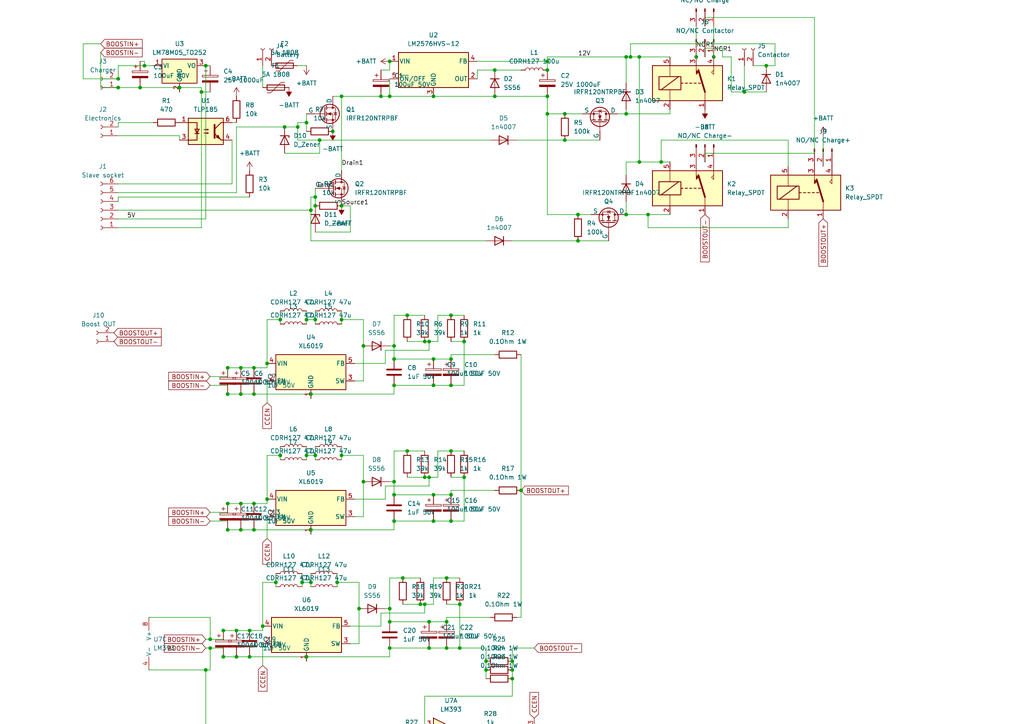
<source format=kicad_sch>
(kicad_sch (version 20230121) (generator eeschema)
  (paper "A4")
  (junction (at 90.17 114.3))
  (junction (at 90.17 60.96))
  (junction (at 104.14 176.53))
  (junction (at 99.06 59.69))
  (junction (at 90.17 168.91))
  (junction (at 113.03 176.53))
  (junction (at 64.77 190.5))
  (junction (at 129.54 187.96))
  (junction (at 158.75 27.94))
  (junction (at 66.04 106.68))
  (junction (at 130.81 111.76))
  (junction (at 81.28 92.71))
  (junction (at 114.3 104.14))
  (junction (at 125.73 27.94))
  (junction (at 59.69 19.05))
  (junction (at 130.81 104.14))
  (junction (at 69.85 114.3))
  (junction (at 72.39 182.88))
  (junction (at 123.19 175.26))
  (junction (at 88.9 190.5))
  (junction (at 59.69 194.31))
  (junction (at 201.93 16.51))
  (junction (at 69.85 153.67))
  (junction (at 66.04 114.3))
  (junction (at 88.9 132.08))
  (junction (at 66.04 146.05))
  (junction (at 125.73 151.13))
  (junction (at 80.01 168.91))
  (junction (at 113.03 187.96))
  (junction (at 60.96 185.42))
  (junction (at 181.61 16.51))
  (junction (at 125.73 111.76))
  (junction (at 69.85 106.68))
  (junction (at 77.47 105.41))
  (junction (at 163.83 40.64))
  (junction (at 118.11 130.81))
  (junction (at 92.71 40.64))
  (junction (at 130.81 130.81))
  (junction (at 58.42 26.67))
  (junction (at 181.61 33.02))
  (junction (at 215.9 26.67))
  (junction (at 114.3 143.51))
  (junction (at 73.66 106.68))
  (junction (at 91.44 132.08))
  (junction (at 87.63 168.91))
  (junction (at 68.58 190.5))
  (junction (at 222.25 19.05))
  (junction (at 73.66 146.05))
  (junction (at 69.85 146.05))
  (junction (at 116.84 167.64))
  (junction (at 113.03 180.34))
  (junction (at 207.01 16.51))
  (junction (at 113.03 27.94))
  (junction (at 129.54 167.64))
  (junction (at 113.03 17.78))
  (junction (at 123.19 138.43))
  (junction (at 158.75 33.02))
  (junction (at 133.35 187.96))
  (junction (at 68.58 182.88))
  (junction (at 163.83 33.02))
  (junction (at 91.44 57.15))
  (junction (at 143.51 27.94))
  (junction (at 34.29 25.4))
  (junction (at 134.62 99.06))
  (junction (at 140.97 194.31))
  (junction (at 121.92 175.26))
  (junction (at 125.73 143.51))
  (junction (at 99.06 132.08))
  (junction (at 96.52 38.1))
  (junction (at 187.96 62.23))
  (junction (at 114.3 100.33))
  (junction (at 91.44 92.71))
  (junction (at 182.88 16.51))
  (junction (at 123.19 215.9))
  (junction (at 52.07 25.4))
  (junction (at 158.75 17.78))
  (junction (at 151.13 142.24))
  (junction (at 143.51 20.32))
  (junction (at 72.39 190.5))
  (junction (at 64.77 182.88))
  (junction (at 81.28 132.08))
  (junction (at 133.35 175.26))
  (junction (at 88.9 92.71))
  (junction (at 73.66 153.67))
  (junction (at 76.2 181.61))
  (junction (at 167.64 69.85))
  (junction (at 105.41 100.33))
  (junction (at 123.19 99.06))
  (junction (at 60.96 187.96))
  (junction (at 114.3 111.76))
  (junction (at 73.66 114.3))
  (junction (at 140.97 191.77))
  (junction (at 118.11 91.44))
  (junction (at 97.79 168.91))
  (junction (at 167.64 62.23))
  (junction (at 148.59 194.31))
  (junction (at 129.54 180.34))
  (junction (at 130.81 91.44))
  (junction (at 114.3 151.13))
  (junction (at 105.41 139.7))
  (junction (at 123.19 223.52))
  (junction (at 86.36 36.83))
  (junction (at 82.55 36.83))
  (junction (at 77.47 144.78))
  (junction (at 158.75 20.32))
  (junction (at 88.9 35.56))
  (junction (at 41.91 19.05))
  (junction (at 130.81 151.13))
  (junction (at 185.42 46.99))
  (junction (at 134.62 138.43))
  (junction (at 191.77 46.99))
  (junction (at 66.04 153.67))
  (junction (at 181.61 62.23))
  (junction (at 99.06 27.94))
  (junction (at 124.46 187.96))
  (junction (at 124.46 99.06))
  (junction (at 34.29 22.86))
  (junction (at 185.42 16.51))
  (junction (at 110.49 27.94))
  (junction (at 90.17 153.67))
  (junction (at 148.59 191.77))
  (junction (at 124.46 138.43))
  (junction (at 114.3 139.7))
  (junction (at 99.06 92.71))
  (junction (at 40.64 25.4))
  (junction (at 130.81 143.51))
  (junction (at 91.44 59.69))
  (junction (at 125.73 104.14))
  (junction (at 148.59 196.85))
  (junction (at 124.46 180.34))
  (wire (pts (xy 151.13 102.87) (xy 151.13 142.24)))
  (wire (pts (xy 64.77 187.96) (xy 64.77 190.5)))
  (wire (pts (xy 66.04 106.68) (xy 69.85 106.68)))
  (wire (pts (xy 127 91.44) (xy 130.81 91.44)))
  (wire (pts (xy 105.41 100.33) (xy 105.41 92.71)))
  (wire (pts (xy 99.06 90.17) (xy 99.06 92.71)))
  (wire (pts (xy 91.44 92.71) (xy 91.44 93.98)))
  (wire (pts (xy 121.92 167.64) (xy 116.84 167.64)))
  (wire (pts (xy 88.9 92.71) (xy 88.9 93.98)))
  (wire (pts (xy 66.04 114.3) (xy 69.85 114.3)))
  (wire (pts (xy 34.29 53.34) (xy 67.31 53.34)))
  (wire (pts (xy 181.61 16.51) (xy 182.88 16.51)))
  (wire (pts (xy 67.31 53.34) (xy 67.31 40.64)))
  (wire (pts (xy 138.43 20.32) (xy 138.43 22.86)))
  (wire (pts (xy 127 138.43) (xy 127 130.81)))
  (wire (pts (xy 123.19 175.26) (xy 125.73 175.26)))
  (wire (pts (xy 204.47 13.97) (xy 204.47 16.51)))
  (wire (pts (xy 182.88 12.7) (xy 182.88 16.51)))
  (wire (pts (xy 163.83 33.02) (xy 158.75 33.02)))
  (wire (pts (xy 73.66 114.3) (xy 90.17 114.3)))
  (wire (pts (xy 127 130.81) (xy 130.81 130.81)))
  (wire (pts (xy 34.29 57.15) (xy 34.29 58.42)))
  (wire (pts (xy 91.44 57.15) (xy 91.44 59.69)))
  (wire (pts (xy 130.81 142.24) (xy 130.81 143.51)))
  (wire (pts (xy 215.9 26.67) (xy 222.25 26.67)))
  (wire (pts (xy 76.2 168.91) (xy 76.2 181.61)))
  (wire (pts (xy 101.6 181.61) (xy 110.49 181.61)))
  (wire (pts (xy 148.59 194.31) (xy 148.59 196.85)))
  (wire (pts (xy 114.3 111.76) (xy 125.73 111.76)))
  (wire (pts (xy 34.29 19.05) (xy 34.29 22.86)))
  (wire (pts (xy 102.87 110.49) (xy 105.41 110.49)))
  (wire (pts (xy 104.14 168.91) (xy 97.79 168.91)))
  (wire (pts (xy 60.96 185.42) (xy 64.77 185.42)))
  (wire (pts (xy 113.03 187.96) (xy 113.03 190.5)))
  (wire (pts (xy 142.24 179.07) (xy 129.54 179.07)))
  (wire (pts (xy 90.17 57.15) (xy 90.17 60.96)))
  (wire (pts (xy 68.58 190.5) (xy 72.39 190.5)))
  (wire (pts (xy 64.77 182.88) (xy 68.58 182.88)))
  (wire (pts (xy 87.63 168.91) (xy 87.63 170.18)))
  (wire (pts (xy 181.61 50.8) (xy 181.61 46.99)))
  (wire (pts (xy 76.2 25.4) (xy 76.2 19.05)))
  (wire (pts (xy 133.35 187.96) (xy 129.54 187.96)))
  (wire (pts (xy 113.03 187.96) (xy 124.46 187.96)))
  (wire (pts (xy 125.73 104.14) (xy 130.81 104.14)))
  (wire (pts (xy 228.6 66.04) (xy 187.96 66.04)))
  (wire (pts (xy 207.01 7.62) (xy 207.01 16.51)))
  (wire (pts (xy 34.29 35.56) (xy 34.29 36.83)))
  (wire (pts (xy 113.03 180.34) (xy 124.46 180.34)))
  (wire (pts (xy 77.47 132.08) (xy 77.47 144.78)))
  (wire (pts (xy 138.43 17.78) (xy 158.75 17.78)))
  (wire (pts (xy 125.73 143.51) (xy 130.81 143.51)))
  (wire (pts (xy 88.9 35.56) (xy 88.9 38.1)))
  (wire (pts (xy 114.3 151.13) (xy 114.3 153.67)))
  (wire (pts (xy 52.07 39.37) (xy 52.07 40.64)))
  (wire (pts (xy 123.19 201.93) (xy 148.59 201.93)))
  (wire (pts (xy 80.01 168.91) (xy 76.2 168.91)))
  (wire (pts (xy 59.69 194.31) (xy 60.96 194.31)))
  (wire (pts (xy 52.07 25.4) (xy 52.07 26.67)))
  (wire (pts (xy 91.44 67.31) (xy 101.6 67.31)))
  (wire (pts (xy 171.45 62.23) (xy 167.64 62.23)))
  (wire (pts (xy 91.44 132.08) (xy 91.44 133.35)))
  (wire (pts (xy 40.64 17.78) (xy 41.91 17.78)))
  (wire (pts (xy 88.9 132.08) (xy 88.9 133.35)))
  (wire (pts (xy 81.28 132.08) (xy 77.47 132.08)))
  (wire (pts (xy 113.03 20.32) (xy 113.03 17.78)))
  (wire (pts (xy 114.3 100.33) (xy 114.3 104.14)))
  (wire (pts (xy 105.41 92.71) (xy 99.06 92.71)))
  (wire (pts (xy 140.97 194.31) (xy 140.97 196.85)))
  (wire (pts (xy 59.69 19.05) (xy 59.69 63.5)))
  (wire (pts (xy 151.13 142.24) (xy 151.13 179.07)))
  (wire (pts (xy 154.94 187.96) (xy 148.59 187.96)))
  (wire (pts (xy 148.59 69.85) (xy 167.64 69.85)))
  (wire (pts (xy 118.11 138.43) (xy 123.19 138.43)))
  (wire (pts (xy 212.09 16.51) (xy 209.55 16.51)))
  (wire (pts (xy 114.3 139.7) (xy 114.3 143.51)))
  (wire (pts (xy 111.76 140.97) (xy 124.46 140.97)))
  (wire (pts (xy 181.61 33.02) (xy 194.31 33.02)))
  (wire (pts (xy 66.04 148.59) (xy 66.04 146.05)))
  (wire (pts (xy 66.04 151.13) (xy 66.04 153.67)))
  (wire (pts (xy 125.73 151.13) (xy 130.81 151.13)))
  (wire (pts (xy 113.03 176.53) (xy 113.03 180.34)))
  (wire (pts (xy 124.46 99.06) (xy 127 99.06)))
  (wire (pts (xy 158.75 27.94) (xy 158.75 33.02)))
  (wire (pts (xy 66.04 153.67) (xy 69.85 153.67)))
  (wire (pts (xy 118.11 91.44) (xy 114.3 91.44)))
  (wire (pts (xy 116.84 167.64) (xy 113.03 167.64)))
  (wire (pts (xy 130.81 91.44) (xy 134.62 91.44)))
  (wire (pts (xy 194.31 16.51) (xy 185.42 16.51)))
  (wire (pts (xy 222.25 19.05) (xy 218.44 19.05)))
  (wire (pts (xy 77.47 105.41) (xy 77.47 106.68)))
  (wire (pts (xy 90.17 153.67) (xy 114.3 153.67)))
  (wire (pts (xy 143.51 20.32) (xy 138.43 20.32)))
  (wire (pts (xy 97.79 166.37) (xy 97.79 168.91)))
  (wire (pts (xy 41.91 17.78) (xy 41.91 19.05)))
  (wire (pts (xy 129.54 179.07) (xy 129.54 180.34)))
  (wire (pts (xy 80.01 168.91) (xy 80.01 170.18)))
  (wire (pts (xy 118.11 130.81) (xy 114.3 130.81)))
  (wire (pts (xy 228.6 63.5) (xy 228.6 66.04)))
  (wire (pts (xy 24.13 12.7) (xy 24.13 22.86)))
  (wire (pts (xy 105.41 132.08) (xy 99.06 132.08)))
  (wire (pts (xy 130.81 99.06) (xy 134.62 99.06)))
  (wire (pts (xy 149.86 40.64) (xy 163.83 40.64)))
  (wire (pts (xy 82.55 36.83) (xy 86.36 36.83)))
  (wire (pts (xy 114.3 143.51) (xy 125.73 143.51)))
  (wire (pts (xy 97.79 168.91) (xy 97.79 170.18)))
  (wire (pts (xy 134.62 99.06) (xy 134.62 111.76)))
  (wire (pts (xy 81.28 129.54) (xy 81.28 132.08)))
  (wire (pts (xy 101.6 186.69) (xy 104.14 186.69)))
  (wire (pts (xy 43.18 179.07) (xy 60.96 179.07)))
  (wire (pts (xy 104.14 176.53) (xy 104.14 168.91)))
  (wire (pts (xy 105.41 149.86) (xy 105.41 139.7)))
  (wire (pts (xy 224.79 19.05) (xy 224.79 12.7)))
  (wire (pts (xy 60.96 194.31) (xy 60.96 187.96)))
  (wire (pts (xy 110.49 20.32) (xy 113.03 20.32)))
  (wire (pts (xy 69.85 114.3) (xy 73.66 114.3)))
  (wire (pts (xy 124.46 187.96) (xy 129.54 187.96)))
  (wire (pts (xy 59.69 223.52) (xy 59.69 194.31)))
  (wire (pts (xy 91.44 54.61) (xy 91.44 57.15)))
  (wire (pts (xy 185.42 16.51) (xy 182.88 16.51)))
  (wire (pts (xy 82.55 44.45) (xy 92.71 44.45)))
  (wire (pts (xy 113.03 139.7) (xy 114.3 139.7)))
  (wire (pts (xy 87.63 166.37) (xy 87.63 168.91)))
  (wire (pts (xy 90.17 60.96) (xy 90.17 69.85)))
  (wire (pts (xy 228.6 40.64) (xy 191.77 40.64)))
  (wire (pts (xy 60.96 26.67) (xy 58.42 26.67)))
  (wire (pts (xy 60.96 151.13) (xy 66.04 151.13)))
  (wire (pts (xy 111.76 144.78) (xy 111.76 140.97)))
  (wire (pts (xy 69.85 153.67) (xy 73.66 153.67)))
  (wire (pts (xy 64.77 185.42) (xy 64.77 182.88)))
  (wire (pts (xy 88.9 92.71) (xy 91.44 92.71)))
  (wire (pts (xy 118.11 99.06) (xy 123.19 99.06)))
  (wire (pts (xy 134.62 111.76) (xy 130.81 111.76)))
  (wire (pts (xy 73.66 146.05) (xy 77.47 146.05)))
  (wire (pts (xy 34.29 25.4) (xy 40.64 25.4)))
  (wire (pts (xy 130.81 102.87) (xy 130.81 104.14)))
  (wire (pts (xy 66.04 111.76) (xy 66.04 114.3)))
  (wire (pts (xy 167.64 69.85) (xy 176.53 69.85)))
  (wire (pts (xy 143.51 27.94) (xy 158.75 27.94)))
  (wire (pts (xy 191.77 40.64) (xy 191.77 46.99)))
  (wire (pts (xy 148.59 191.77) (xy 148.59 194.31)))
  (wire (pts (xy 134.62 138.43) (xy 134.62 151.13)))
  (wire (pts (xy 92.71 40.64) (xy 142.24 40.64)))
  (wire (pts (xy 123.19 99.06) (xy 124.46 99.06)))
  (wire (pts (xy 181.61 46.99) (xy 185.42 46.99)))
  (wire (pts (xy 158.75 17.78) (xy 158.75 20.32)))
  (wire (pts (xy 154.94 223.52) (xy 123.19 223.52)))
  (wire (pts (xy 102.87 149.86) (xy 105.41 149.86)))
  (wire (pts (xy 124.46 180.34) (xy 129.54 180.34)))
  (wire (pts (xy 191.77 46.99) (xy 194.31 46.99)))
  (wire (pts (xy 110.49 177.8) (xy 123.19 177.8)))
  (wire (pts (xy 125.73 167.64) (xy 129.54 167.64)))
  (wire (pts (xy 181.61 31.75) (xy 181.61 33.02)))
  (wire (pts (xy 60.96 148.59) (xy 66.04 148.59)))
  (wire (pts (xy 158.75 33.02) (xy 158.75 62.23)))
  (wire (pts (xy 44.45 19.05) (xy 41.91 19.05)))
  (wire (pts (xy 168.91 33.02) (xy 163.83 33.02)))
  (wire (pts (xy 96.52 27.94) (xy 99.06 27.94)))
  (wire (pts (xy 114.3 111.76) (xy 114.3 114.3)))
  (wire (pts (xy 90.17 69.85) (xy 140.97 69.85)))
  (wire (pts (xy 129.54 175.26) (xy 133.35 175.26)))
  (wire (pts (xy 130.81 130.81) (xy 134.62 130.81)))
  (wire (pts (xy 88.9 33.02) (xy 88.9 35.56)))
  (wire (pts (xy 104.14 186.69) (xy 104.14 176.53)))
  (wire (pts (xy 113.03 22.86) (xy 113.03 27.94)))
  (wire (pts (xy 194.31 33.02) (xy 194.31 31.75)))
  (wire (pts (xy 92.71 40.64) (xy 92.71 44.45)))
  (wire (pts (xy 77.47 149.86) (xy 77.47 156.21)))
  (wire (pts (xy 90.17 166.37) (xy 90.17 168.91)))
  (wire (pts (xy 86.36 40.64) (xy 86.36 36.83)))
  (wire (pts (xy 58.42 25.4) (xy 52.07 25.4)))
  (wire (pts (xy 77.47 144.78) (xy 77.47 146.05)))
  (wire (pts (xy 204.47 46.99) (xy 204.47 44.45)))
  (wire (pts (xy 143.51 102.87) (xy 130.81 102.87)))
  (wire (pts (xy 110.49 181.61) (xy 110.49 177.8)))
  (wire (pts (xy 88.9 190.5) (xy 113.03 190.5)))
  (wire (pts (xy 124.46 101.6) (xy 124.46 99.06)))
  (wire (pts (xy 185.42 16.51) (xy 185.42 46.99)))
  (wire (pts (xy 81.28 92.71) (xy 81.28 93.98)))
  (wire (pts (xy 158.75 16.51) (xy 181.61 16.51)))
  (wire (pts (xy 90.17 57.15) (xy 91.44 57.15)))
  (wire (pts (xy 76.2 181.61) (xy 76.2 182.88)))
  (wire (pts (xy 125.73 175.26) (xy 125.73 167.64)))
  (wire (pts (xy 113.03 27.94) (xy 110.49 27.94)))
  (wire (pts (xy 73.66 153.67) (xy 90.17 153.67)))
  (wire (pts (xy 146.05 213.36) (xy 147.32 213.36)))
  (wire (pts (xy 187.96 62.23) (xy 194.31 62.23)))
  (wire (pts (xy 236.22 44.45) (xy 236.22 5.08)))
  (wire (pts (xy 99.06 59.69) (xy 101.6 59.69)))
  (wire (pts (xy 34.29 60.96) (xy 90.17 60.96)))
  (wire (pts (xy 69.85 106.68) (xy 73.66 106.68)))
  (wire (pts (xy 201.93 7.62) (xy 201.93 16.51)))
  (wire (pts (xy 133.35 175.26) (xy 133.35 187.96)))
  (wire (pts (xy 209.55 16.51) (xy 209.55 13.97)))
  (wire (pts (xy 228.6 48.26) (xy 228.6 40.64)))
  (wire (pts (xy 123.19 91.44) (xy 118.11 91.44)))
  (wire (pts (xy 127 99.06) (xy 127 91.44)))
  (wire (pts (xy 148.59 196.85) (xy 148.59 201.93)))
  (wire (pts (xy 77.47 110.49) (xy 77.47 116.84)))
  (wire (pts (xy 91.44 90.17) (xy 91.44 92.71)))
  (wire (pts (xy 113.03 167.64) (xy 113.03 176.53)))
  (wire (pts (xy 123.19 177.8) (xy 123.19 175.26)))
  (wire (pts (xy 99.06 27.94) (xy 110.49 27.94)))
  (wire (pts (xy 59.69 187.96) (xy 60.96 187.96)))
  (wire (pts (xy 66.04 146.05) (xy 69.85 146.05)))
  (wire (pts (xy 91.44 129.54) (xy 91.44 132.08)))
  (wire (pts (xy 29.21 12.7) (xy 24.13 12.7)))
  (wire (pts (xy 88.9 129.54) (xy 88.9 132.08)))
  (wire (pts (xy 86.36 40.64) (xy 92.71 40.64)))
  (wire (pts (xy 236.22 5.08) (xy 204.47 5.08)))
  (wire (pts (xy 123.19 223.52) (xy 59.69 223.52)))
  (wire (pts (xy 43.18 194.31) (xy 59.69 194.31)))
  (wire (pts (xy 81.28 92.71) (xy 77.47 92.71)))
  (wire (pts (xy 88.9 90.17) (xy 88.9 92.71)))
  (wire (pts (xy 68.58 182.88) (xy 72.39 182.88)))
  (wire (pts (xy 222.25 19.05) (xy 224.79 19.05)))
  (wire (pts (xy 134.62 151.13) (xy 130.81 151.13)))
  (wire (pts (xy 29.21 15.24) (xy 29.21 25.4)))
  (wire (pts (xy 204.47 44.45) (xy 236.22 44.45)))
  (wire (pts (xy 140.97 187.96) (xy 140.97 191.77)))
  (wire (pts (xy 114.3 151.13) (xy 125.73 151.13)))
  (wire (pts (xy 60.96 111.76) (xy 66.04 111.76)))
  (wire (pts (xy 215.9 19.05) (xy 215.9 26.67)))
  (wire (pts (xy 212.09 26.67) (xy 215.9 26.67)))
  (wire (pts (xy 88.9 190.5) (xy 88.9 191.77)))
  (wire (pts (xy 163.83 40.64) (xy 173.99 40.64)))
  (wire (pts (xy 101.6 59.69) (xy 101.6 67.31)))
  (wire (pts (xy 187.96 66.04) (xy 187.96 62.23)))
  (wire (pts (xy 121.92 175.26) (xy 123.19 175.26)))
  (wire (pts (xy 151.13 179.07) (xy 149.86 179.07)))
  (wire (pts (xy 111.76 105.41) (xy 111.76 101.6)))
  (wire (pts (xy 72.39 182.88) (xy 76.2 182.88)))
  (wire (pts (xy 113.03 100.33) (xy 114.3 100.33)))
  (wire (pts (xy 209.55 13.97) (xy 204.47 13.97)))
  (wire (pts (xy 114.3 104.14) (xy 125.73 104.14)))
  (wire (pts (xy 114.3 130.81) (xy 114.3 139.7)))
  (wire (pts (xy 80.01 166.37) (xy 80.01 168.91)))
  (wire (pts (xy 72.39 190.5) (xy 88.9 190.5)))
  (wire (pts (xy 148.59 187.96) (xy 148.59 191.77)))
  (wire (pts (xy 185.42 46.99) (xy 191.77 46.99)))
  (wire (pts (xy 123.19 210.82) (xy 123.19 201.93)))
  (wire (pts (xy 68.58 55.88) (xy 68.58 36.83)))
  (wire (pts (xy 60.96 187.96) (xy 64.77 187.96)))
  (wire (pts (xy 99.06 129.54) (xy 99.06 132.08)))
  (wire (pts (xy 102.87 144.78) (xy 111.76 144.78)))
  (wire (pts (xy 86.36 19.05) (xy 88.9 19.05)))
  (wire (pts (xy 88.9 132.08) (xy 91.44 132.08)))
  (wire (pts (xy 73.66 106.68) (xy 77.47 106.68)))
  (wire (pts (xy 64.77 190.5) (xy 68.58 190.5)))
  (wire (pts (xy 59.69 63.5) (xy 34.29 63.5)))
  (wire (pts (xy 154.94 218.44) (xy 154.94 223.52)))
  (wire (pts (xy 29.21 25.4) (xy 34.29 25.4)))
  (wire (pts (xy 67.31 35.56) (xy 68.58 35.56)))
  (wire (pts (xy 125.73 111.76) (xy 130.81 111.76)))
  (wire (pts (xy 124.46 140.97) (xy 124.46 138.43)))
  (wire (pts (xy 114.3 91.44) (xy 114.3 100.33)))
  (wire (pts (xy 68.58 36.83) (xy 82.55 36.83)))
  (wire (pts (xy 125.73 27.94) (xy 143.51 27.94)))
  (wire (pts (xy 86.36 36.83) (xy 86.36 35.56)))
  (wire (pts (xy 102.87 105.41) (xy 111.76 105.41)))
  (wire (pts (xy 167.64 62.23) (xy 158.75 62.23)))
  (wire (pts (xy 140.97 191.77) (xy 140.97 194.31)))
  (wire (pts (xy 86.36 35.56) (xy 88.9 35.56)))
  (wire (pts (xy 133.35 187.96) (xy 140.97 187.96)))
  (wire (pts (xy 143.51 142.24) (xy 130.81 142.24)))
  (wire (pts (xy 34.29 66.04) (xy 58.42 66.04)))
  (wire (pts (xy 99.06 92.71) (xy 99.06 93.98)))
  (wire (pts (xy 90.17 153.67) (xy 90.17 154.94)))
  (wire (pts (xy 105.41 110.49) (xy 105.41 100.33)))
  (wire (pts (xy 90.17 114.3) (xy 90.17 115.57)))
  (wire (pts (xy 24.13 22.86) (xy 34.29 22.86)))
  (wire (pts (xy 60.96 109.22) (xy 66.04 109.22)))
  (wire (pts (xy 90.17 114.3) (xy 114.3 114.3)))
  (wire (pts (xy 77.47 92.71) (xy 77.47 105.41)))
  (wire (pts (xy 105.41 139.7) (xy 105.41 132.08)))
  (wire (pts (xy 66.04 109.22) (xy 66.04 106.68)))
  (wire (pts (xy 130.81 138.43) (xy 134.62 138.43)))
  (wire (pts (xy 238.76 39.37) (xy 238.76 48.26)))
  (wire (pts (xy 41.91 19.05) (xy 34.29 19.05)))
  (wire (pts (xy 204.47 5.08) (xy 204.47 7.62)))
  (wire (pts (xy 60.96 179.07) (xy 60.96 185.42)))
  (wire (pts (xy 58.42 26.67) (xy 58.42 66.04)))
  (wire (pts (xy 123.19 138.43) (xy 124.46 138.43)))
  (wire (pts (xy 59.69 19.05) (xy 60.96 19.05)))
  (wire (pts (xy 125.73 27.94) (xy 113.03 27.94)))
  (wire (pts (xy 123.19 130.81) (xy 118.11 130.81)))
  (wire (pts (xy 81.28 132.08) (xy 81.28 133.35)))
  (wire (pts (xy 158.75 16.51) (xy 158.75 17.78)))
  (wire (pts (xy 224.79 12.7) (xy 182.88 12.7)))
  (wire (pts (xy 76.2 186.69) (xy 76.2 193.04)))
  (wire (pts (xy 87.63 168.91) (xy 90.17 168.91)))
  (wire (pts (xy 44.45 35.56) (xy 34.29 35.56)))
  (wire (pts (xy 81.28 90.17) (xy 81.28 92.71)))
  (wire (pts (xy 69.85 146.05) (xy 73.66 146.05)))
  (wire (pts (xy 179.07 33.02) (xy 181.61 33.02)))
  (wire (pts (xy 58.42 25.4) (xy 58.42 26.67)))
  (wire (pts (xy 34.29 55.88) (xy 68.58 55.88)))
  (wire (pts (xy 116.84 175.26) (xy 121.92 175.26)))
  (wire (pts (xy 40.64 25.4) (xy 52.07 25.4)))
  (wire (pts (xy 99.06 132.08) (xy 99.06 133.35)))
  (wire (pts (xy 90.17 168.91) (xy 90.17 170.18)))
  (wire (pts (xy 129.54 167.64) (xy 133.35 167.64)))
  (wire (pts (xy 181.61 16.51) (xy 181.61 24.13)))
  (wire (pts (xy 212.09 16.51) (xy 212.09 26.67)))
  (wire (pts (xy 181.61 58.42) (xy 181.61 62.23)))
  (wire (pts (xy 124.46 138.43) (xy 127 138.43)))
  (wire (pts (xy 34.29 39.37) (xy 52.07 39.37)))
  (wire (pts (xy 143.51 20.32) (xy 151.13 20.32)))
  (wire (pts (xy 181.61 62.23) (xy 187.96 62.23)))
  (wire (pts (xy 113.03 17.78) (xy 114.3 17.78)))
  (wire (pts (xy 34.29 57.15) (xy 72.39 57.15)))
  (wire (pts (xy 99.06 49.53) (xy 99.06 27.94)))
  (wire (pts (xy 111.76 101.6) (xy 124.46 101.6)))
  (wire (pts (xy 111.76 176.53) (xy 113.03 176.53)))
  (wire (pts (xy 59.69 185.42) (xy 60.96 185.42)))
  (label "NOR1" (at 201.93 13.97 0))
  (label "Drain1" (at 99.06 48.26 0))
  (label "NCR1" (at 207.01 15.24 0))
  (label "5V" (at 36.83 63.5 0))
  (label "Gate1" (at 91.44 54.61 0))
  (label "12V" (at 167.64 16.51 0))
  (label "Source1" (at 99.06 59.69 0))
  (label "5V" (at 115.57 215.9 0))
  (global_label "CCEN" (shape input) (at 77.47 116.84 270) (property "Intersheetrefs" "${INTERSHEET_REFS}" (effects hide)))
  (global_label "BOOSTIN-" (shape input) (at 29.21 15.24 0) (property "Intersheetrefs" "${INTERSHEET_REFS}" (effects hide)))
  (global_label "BOOSTIN+" (shape input) (at 60.96 109.22 180) (property "Intersheetrefs" "${INTERSHEET_REFS}" (effects hide)))
  (global_label "CCEN" (shape input) (at 76.2 193.04 270) (property "Intersheetrefs" "${INTERSHEET_REFS}" (effects hide)))
  (global_label "BOOSTOUT+" (shape input) (at 151.13 142.24 0) (property "Intersheetrefs" "${INTERSHEET_REFS}" (effects hide)))
  (global_label "BOOSTOUT+" (shape input) (at 33.02 96.52 0) (property "Intersheetrefs" "${INTERSHEET_REFS}" (effects hide)))
  (global_label "BOOSTIN-" (shape input) (at 59.69 187.96 180) (property "Intersheetrefs" "${INTERSHEET_REFS}" (effects hide)))
  (global_label "BOOSTIN+" (shape input) (at 59.69 185.42 180) (property "Intersheetrefs" "${INTERSHEET_REFS}" (effects hide)))
  (global_label "BOOSTOUT-" (shape input) (at 204.47 62.23 270) (property "Intersheetrefs" "${INTERSHEET_REFS}" (effects hide)))
  (global_label "CCEN" (shape input) (at 77.47 156.21 270) (property "Intersheetrefs" "${INTERSHEET_REFS}" (effects hide)))
  (global_label "BOOSTIN-" (shape input) (at 60.96 111.76 180) (property "Intersheetrefs" "${INTERSHEET_REFS}" (effects hide)))
  (global_label "BOOSTIN+" (shape input) (at 29.21 12.7 0) (property "Intersheetrefs" "${INTERSHEET_REFS}" (effects hide)))
  (global_label "BOOSTOUT-" (shape input) (at 154.94 187.96 0) (property "Intersheetrefs" "${INTERSHEET_REFS}" (effects hide)))
  (global_label "CCEN" (shape input) (at 154.94 208.28 90) (property "Intersheetrefs" "${INTERSHEET_REFS}" (effects hide)))
  (global_label "BOOSTIN-" (shape input) (at 60.96 151.13 180) (property "Intersheetrefs" "${INTERSHEET_REFS}" (effects hide)))
  (global_label "BOOSTOUT-" (shape input) (at 33.02 99.06 0) (property "Intersheetrefs" "${INTERSHEET_REFS}" (effects hide)))
  (global_label "BOOSTIN+" (shape input) (at 60.96 148.59 180) (property "Intersheetrefs" "${INTERSHEET_REFS}" (effects hide)))
  (global_label "BOOSTOUT+" (shape input) (at 238.76 63.5 270) (property "Intersheetrefs" "${INTERSHEET_REFS}" (effects hide)))
  (symbol (lib_id "Device:D_Zener") (at 82.55 40.64 270) (unit 1)
    (property "Reference" "D10" (at 85.09 39.37 90) (effects (justify left)))
    (property "Value" "D_Zener" (at 85.09 41.91 90) (effects (justify left)))
    (property "Footprint" "Diode_SMD:D_SMA_Handsoldering" (effects hide))
  )
  (symbol (lib_id "Device:R") (at 144.78 191.77 90) (unit 1)
    (property "Reference" "R25" (at 144.78 185.42 90))
    (property "Value" "0.1Ohm 1W" (at 144.78 187.96 90))
    (property "Footprint" "Resistor_SMD:R_2512_6332Metric_Pad1.40x3.35mm_HandSolder" (effects hide))
  )
  (symbol (lib_id "power:+BATT") (at 113.03 17.78 90) (unit 1)
    (property "Reference" "#PWR03" (effects hide))
    (property "Value" "+BATT" (at 109.22 17.78 90) (effects (justify left)))
  )
  (symbol (lib_id "Device:R") (at 134.62 134.62 0) (unit 1)
    (property "Reference" "R16" (at 137.16 133.35 0) (effects (justify left)))
    (property "Value" "1k" (at 137.16 135.89 0) (effects (justify left)))
    (property "Footprint" "Resistor_SMD:R_0805_2012Metric_Pad1.20x1.40mm_HandSolder" (effects hide))
  )
  (symbol (lib_id "Simulation_SPICE:NMOS") (at 176.53 64.77 270) (mirror x) (unit 1)
    (property "Reference" "Q4" (at 176.53 58.42 90))
    (property "Value" "IRFR120NTRPBF" (at 176.53 55.88 90))
    (property "Footprint" "Package_TO_SOT_SMD:TO-252-2" (effects hide))
    (property "Datasheet" "https://ngspice.sourceforge.io/docs/ngspice-manual.pdf" (effects hide))
    (property "Sim.Device" "NMOS" (effects hide))
    (property "Sim.Type" "VDMOS" (effects hide))
    (property "Sim.Pins" "1=D 2=G 3=S" (effects hide))
  )
  (symbol (lib_id "Device:D") (at 181.61 27.94 270) (unit 1)
    (property "Reference" "D3" (at 184.15 26.67 90) (effects (justify left)))
    (property "Value" "1n4007" (at 184.15 29.21 90) (effects (justify left)))
    (property "Footprint" "Diode_SMD:D_SMA" (effects hide))
    (property "Sim.Device" "D" (effects hide))
    (property "Sim.Pins" "1=K 2=A" (effects hide))
  )
  (symbol (lib_id "Device:C_Polarized") (at 130.81 147.32 0) (unit 1)
    (property "Reference" "C16" (at 134.62 145.161 0) (effects (justify left)))
    (property "Value" "100uF 50V" (at 134.62 147.701 0) (effects (justify left)))
    (property "Footprint" "Capacitor_SMD:CP_Elec_8x10.5" (effects hide))
  )
  (symbol (lib_id "Device:C_Polarized") (at 130.81 107.95 0) (unit 1)
    (property "Reference" "C10" (at 134.62 105.791 0) (effects (justify left)))
    (property "Value" "100uF 50V" (at 134.62 108.331 0) (effects (justify left)))
    (property "Footprint" "Capacitor_SMD:CP_Elec_8x10.5" (effects hide))
  )
  (symbol (lib_id "Device:R") (at 146.05 179.07 90) (unit 1)
    (property "Reference" "R22" (at 146.05 172.72 90))
    (property "Value" "0.1Ohm 1W" (at 146.05 175.26 90))
    (property "Footprint" "Resistor_SMD:R_2512_6332Metric_Pad1.40x3.35mm_HandSolder" (effects hide))
  )
  (symbol (lib_id "power:+BATT") (at 238.76 39.37 0) (unit 1)
    (property "Reference" "#PWR06" (effects hide))
    (property "Value" "+BATT" (at 238.76 34.29 0))
  )
  (symbol (lib_id "Device:C_Polarized") (at 66.04 110.49 0) (unit 1)
    (property "Reference" "C5" (at 69.85 108.331 0) (effects (justify left)))
    (property "Value" "100uF 50V" (at 69.85 110.871 0) (effects (justify left)))
    (property "Footprint" "Capacitor_SMD:CP_Elec_8x10.5" (effects hide))
  )
  (symbol (lib_id "Relay:Relay_SPDT") (at 199.39 24.13 0) (unit 1)
    (property "Reference" "K1" (at 210.82 22.86 0) (effects (justify left)))
    (property "Value" "Relay_SPDT" (at 210.82 25.4 0) (effects (justify left)))
    (property "Footprint" "Relay_THT:Relay_SPDT_Omron-G5LE-1" (effects hide))
  )
  (symbol (lib_id "Device:R") (at 133.35 171.45 0) (unit 1)
    (property "Reference" "R21" (at 135.89 170.18 0) (effects (justify left)))
    (property "Value" "1k" (at 135.89 172.72 0) (effects (justify left)))
    (property "Footprint" "Resistor_SMD:R_0805_2012Metric_Pad1.20x1.40mm_HandSolder" (effects hide))
  )
  (symbol (lib_id "Device:L") (at 85.09 129.54 90) (unit 1)
    (property "Reference" "L6" (at 85.09 124.46 90))
    (property "Value" "CDRH127 47u" (at 85.09 127 90))
    (property "Footprint" "Inductor_SMD:L_12x12mm_H8mm" (effects hide))
  )
  (symbol (lib_id "Relay:Relay_SPDT") (at 233.68 55.88 0) (unit 1)
    (property "Reference" "K3" (at 245.11 54.61 0) (effects (justify left)))
    (property "Value" "Relay_SPDT" (at 245.11 57.15 0) (effects (justify left)))
    (property "Footprint" "Relay_THT:Relay_SPDT_Omron-G5LE-1" (effects hide))
  )
  (symbol (lib_id "Device:Polyfuse") (at 82.55 19.05 90) (unit 1)
    (property "Reference" "F2" (at 82.55 12.7 90))
    (property "Value" "5A 1808" (at 82.55 15.24 90))
    (property "Footprint" "Resistor_SMD:R_1812_4532Metric_Pad1.30x3.40mm_HandSolder" (effects hide))
  )
  (symbol (lib_id "Device:L") (at 83.82 170.18 90) (unit 1)
    (property "Reference" "L11" (at 83.82 165.1 90))
    (property "Value" "CDRH127 47u" (at 83.82 167.64 90))
    (property "Footprint" "Inductor_SMD:L_12x12mm_H8mm" (effects hide))
  )
  (symbol (lib_id "Comparator:LM393") (at 130.81 213.36 0) (unit 1)
    (property "Reference" "U7" (at 130.81 203.2 0))
    (property "Value" "LM393" (at 130.81 205.74 0))
    (property "Footprint" "Package_SO:SOIC-8-1EP_3.9x4.9mm_P1.27mm_EP2.29x3mm" (effects hide))
    (property "Datasheet" "http://www.ti.com/lit/ds/symlink/lm393.pdf" (effects hide))
  )
  (symbol (lib_id "Device:R") (at 167.64 66.04 0) (unit 1)
    (property "Reference" "R4" (at 170.18 64.77 0) (effects (justify left)))
    (property "Value" "100k" (at 170.18 67.31 0) (effects (justify left)))
    (property "Footprint" "Resistor_SMD:R_0805_2012Metric_Pad1.20x1.40mm_HandSolder" (effects hide))
  )
  (symbol (lib_id "Device:R") (at 144.78 196.85 90) (unit 1)
    (property "Reference" "R23" (at 144.78 190.5 90))
    (property "Value" "0.1Ohm 1W" (at 144.78 193.04 90))
    (property "Footprint" "Resistor_SMD:R_2512_6332Metric_Pad1.40x3.35mm_HandSolder" (effects hide))
  )
  (symbol (lib_id "Connector:Conn_01x02_Socket") (at 29.21 25.4 180) (unit 1)
    (property "Reference" "J3" (at 29.845 17.78 0))
    (property "Value" "Charger" (at 29.845 20.32 0))
    (property "Footprint" "Connector_Phoenix_MC_HighVoltage:PhoenixContact_MCV_1,5_2-G-5.08_1x02_P5.08mm_Vertical" (effects hide))
  )
  (symbol (lib_id "Device:R") (at 130.81 95.25 0) (unit 1)
    (property "Reference" "R9" (at 133.35 93.98 0) (effects (justify left)))
    (property "Value" "1k" (at 133.35 96.52 0) (effects (justify left)))
    (property "Footprint" "Resistor_SMD:R_0805_2012Metric_Pad1.20x1.40mm_HandSolder" (effects hide))
  )
  (symbol (lib_id "Device:C") (at 73.66 149.86 0) (unit 1)
    (property "Reference" "C13" (at 77.47 148.59 0) (effects (justify left)))
    (property "Value" "1uF 50V" (at 77.47 151.13 0) (effects (justify left)))
    (property "Footprint" "Capacitor_SMD:C_0805_2012Metric_Pad1.18x1.45mm_HandSolder" (effects hide))
  )
  (symbol (lib_id "Device:D") (at 109.22 100.33 180) (unit 1)
    (property "Reference" "D7" (at 109.22 93.98 0))
    (property "Value" "SS56" (at 109.22 96.52 0))
    (property "Footprint" "Diode_SMD:D_SMC" (effects hide))
    (property "Sim.Device" "D" (effects hide))
    (property "Sim.Pins" "1=K 2=A" (effects hide))
  )
  (symbol (lib_id "power:-BATT") (at 96.52 38.1 180) (unit 1)
    (property "Reference" "#PWR04" (effects hide))
    (property "Value" "-BATT" (at 96.52 43.18 0))
  )
  (symbol (lib_id "power:+BATT") (at 88.9 19.05 180) (unit 1)
    (property "Reference" "#PWR01" (effects hide))
    (property "Value" "+BATT" (at 88.9 24.13 0))
  )
  (symbol (lib_id "Simulation_SPICE:NMOS") (at 93.98 33.02 0) (unit 1)
    (property "Reference" "Q1" (at 100.33 31.75 0) (effects (justify left)))
    (property "Value" "IRFR120NTRPBF" (at 100.33 34.29 0) (effects (justify left)))
    (property "Footprint" "Package_TO_SOT_SMD:TO-252-2" (effects hide))
    (property "Datasheet" "https://ngspice.sourceforge.io/docs/ngspice-manual.pdf" (effects hide))
    (property "Sim.Device" "NMOS" (effects hide))
    (property "Sim.Type" "VDMOS" (effects hide))
    (property "Sim.Pins" "1=D 2=G 3=S" (effects hide))
  )
  (symbol (lib_id "Device:C") (at 73.66 110.49 0) (unit 1)
    (property "Reference" "C7" (at 77.47 109.22 0) (effects (justify left)))
    (property "Value" "1uF 50V" (at 77.47 111.76 0) (effects (justify left)))
    (property "Footprint" "Capacitor_SMD:C_0805_2012Metric_Pad1.18x1.45mm_HandSolder" (effects hide))
  )
  (symbol (lib_id "Connector:Conn_01x02_Socket") (at 76.2 13.97 90) (unit 1)
    (property "Reference" "J4" (at 80.01 13.335 90) (effects (justify right)))
    (property "Value" "Battery" (at 80.01 15.875 90) (effects (justify right)))
    (property "Footprint" "Connector_Phoenix_MC_HighVoltage:PhoenixContact_MCV_1,5_2-G-5.08_1x02_P5.08mm_Vertical" (effects hide))
  )
  (symbol (lib_id "Device:R") (at 116.84 171.45 0) (unit 1)
    (property "Reference" "R18" (at 119.38 170.18 0) (effects (justify left)))
    (property "Value" "39k" (at 119.38 172.72 0) (effects (justify left)))
    (property "Footprint" "Resistor_SMD:R_0805_2012Metric_Pad1.20x1.40mm_HandSolder" (effects hide))
  )
  (symbol (lib_id "Device:R") (at 144.78 194.31 90) (unit 1)
    (property "Reference" "R24" (at 144.78 187.96 90))
    (property "Value" "0.1Ohm 1W" (at 144.78 190.5 90))
    (property "Footprint" "Resistor_SMD:R_2512_6332Metric_Pad1.40x3.35mm_HandSolder" (effects hide))
  )
  (symbol (lib_id "Device:C_Polarized") (at 125.73 107.95 0) (unit 1)
    (property "Reference" "C9" (at 129.54 105.791 0) (effects (justify left)))
    (property "Value" "100uF 50V" (at 129.54 108.331 0) (effects (justify left)))
    (property "Footprint" "Capacitor_SMD:CP_Elec_8x10.5" (effects hide))
  )
  (symbol (lib_id "Device:C_Polarized") (at 125.73 147.32 0) (unit 1)
    (property "Reference" "C15" (at 129.54 145.161 0) (effects (justify left)))
    (property "Value" "100uF 50V" (at 129.54 147.701 0) (effects (justify left)))
    (property "Footprint" "Capacitor_SMD:CP_Elec_8x10.5" (effects hide))
  )
  (symbol (lib_id "Device:C_Polarized") (at 110.49 24.13 0) (unit 1)
    (property "Reference" "C1" (at 114.3 21.971 0) (effects (justify left)))
    (property "Value" "100uF 50V" (at 114.3 24.511 0) (effects (justify left)))
    (property "Footprint" "Capacitor_SMD:CP_Elec_8x10.5" (effects hide))
  )
  (symbol (lib_id "Device:R") (at 129.54 171.45 0) (unit 1)
    (property "Reference" "R20" (at 132.08 170.18 0) (effects (justify left)))
    (property "Value" "1k" (at 132.08 172.72 0) (effects (justify left)))
    (property "Footprint" "Resistor_SMD:R_0805_2012Metric_Pad1.20x1.40mm_HandSolder" (effects hide))
  )
  (symbol (lib_id "Device:L") (at 85.09 93.98 90) (unit 1)
    (property "Reference" "L3" (at 85.09 88.9 90))
    (property "Value" "CDRH127 47u" (at 85.09 91.44 90))
    (property "Footprint" "Inductor_SMD:L_12x12mm_H8mm" (effects hide))
  )
  (symbol (lib_id "Device:C_Polarized") (at 60.96 22.86 0) (unit 1)
    (property "Reference" "C4" (at 64.77 20.701 0) (effects (justify left)))
    (property "Value" "25V 1000uF" (at 64.77 23.241 0) (effects (justify left)))
    (property "Footprint" "25V 1000uF:CAP_EEEFK1E102AQ" (effects hide))
  )
  (symbol (lib_id "Device:D") (at 222.25 22.86 270) (unit 1)
    (property "Reference" "D1" (at 224.79 21.59 90) (effects (justify left)))
    (property "Value" "1n4007" (at 224.79 24.13 90) (effects (justify left)))
    (property "Footprint" "Diode_SMD:D_SMA" (effects hide))
    (property "Sim.Device" "D" (effects hide))
    (property "Sim.Pins" "1=K 2=A" (effects hide))
  )
  (symbol (lib_id "Device:D_Zener") (at 91.44 63.5 270) (unit 1)
    (property "Reference" "D11" (at 93.98 62.23 90) (effects (justify left)))
    (property "Value" "D_Zener" (at 93.98 64.77 90) (effects (justify left)))
    (property "Footprint" "Diode_SMD:D_SMA_Handsoldering" (effects hide))
  )
  (symbol (lib_id "Device:R") (at 121.92 171.45 0) (unit 1)
    (property "Reference" "R19" (at 124.46 170.18 0) (effects (justify left)))
    (property "Value" "39k" (at 124.46 172.72 0) (effects (justify left)))
    (property "Footprint" "Resistor_SMD:R_0805_2012Metric_Pad1.20x1.40mm_HandSolder" (effects hide))
  )
  (symbol (lib_id "Device:L") (at 85.09 90.17 90) (unit 1)
    (property "Reference" "L2" (at 85.09 85.09 90))
    (property "Value" "CDRH127 47u" (at 85.09 87.63 90))
    (property "Footprint" "Inductor_SMD:L_12x12mm_H8mm" (effects hide))
  )
  (symbol (lib_id "Connector:Conn_01x06_Socket") (at 29.21 60.96 180) (unit 1)
    (property "Reference" "J1" (at 29.845 48.26 0))
    (property "Value" "Slave socket" (at 29.845 50.8 0))
    (property "Footprint" "Connector_JST:JST_XH_B6B-XH-A_1x06_P2.50mm_Vertical" (effects hide))
  )
  (symbol (lib_id "Device:R") (at 163.83 36.83 0) (unit 1)
    (property "Reference" "R5" (at 166.37 35.56 0) (effects (justify left)))
    (property "Value" "100k" (at 166.37 38.1 0) (effects (justify left)))
    (property "Footprint" "Resistor_SMD:R_0805_2012Metric_Pad1.20x1.40mm_HandSolder" (effects hide))
  )
  (symbol (lib_id "Connector:Conn_01x02_Socket") (at 215.9 13.97 90) (unit 1)
    (property "Reference" "J5" (at 219.71 13.335 90) (effects (justify right)))
    (property "Value" "Contactor" (at 219.71 15.875 90) (effects (justify right)))
    (property "Footprint" "Connector_Phoenix_MC_HighVoltage:PhoenixContact_MCV_1,5_2-G-5.08_1x02_P5.08mm_Vertical" (effects hide))
  )
  (symbol (lib_id "power:+BATT") (at 72.39 49.53 0) (unit 1)
    (property "Reference" "#PWR010" (effects hide))
    (property "Value" "+BATT" (at 72.39 44.45 0))
  )
  (symbol (lib_id "Device:C_Polarized") (at 66.04 149.86 0) (unit 1)
    (property "Reference" "C11" (at 69.85 147.701 0) (effects (justify left)))
    (property "Value" "100uF 50V" (at 69.85 150.241 0) (effects (justify left)))
    (property "Footprint" "Capacitor_SMD:CP_Elec_8x10.5" (effects hide))
  )
  (symbol (lib_id "Device:C_Polarized") (at 68.58 186.69 0) (unit 1)
    (property "Reference" "C18" (at 72.39 184.531 0) (effects (justify left)))
    (property "Value" "100uF 50V" (at 72.39 187.071 0) (effects (justify left)))
    (property "Footprint" "Capacitor_SMD:CP_Elec_8x10.5" (effects hide))
  )
  (symbol (lib_id "Device:C_Polarized") (at 69.85 110.49 0) (unit 1)
    (property "Reference" "C6" (at 73.66 108.331 0) (effects (justify left)))
    (property "Value" "100uF 50V" (at 73.66 110.871 0) (effects (justify left)))
    (property "Footprint" "Capacitor_SMD:CP_Elec_8x10.5" (effects hide))
  )
  (symbol (lib_id "Device:C_Polarized") (at 69.85 149.86 0) (unit 1)
    (property "Reference" "C12" (at 73.66 147.701 0) (effects (justify left)))
    (property "Value" "100uF 50V" (at 73.66 150.241 0) (effects (justify left)))
    (property "Footprint" "Capacitor_SMD:CP_Elec_8x10.5" (effects hide))
  )
  (symbol (lib_id "Device:R") (at 134.62 95.25 0) (unit 1)
    (property "Reference" "R11" (at 137.16 93.98 0) (effects (justify left)))
    (property "Value" "1k" (at 137.16 96.52 0) (effects (justify left)))
    (property "Footprint" "Resistor_SMD:R_0805_2012Metric_Pad1.20x1.40mm_HandSolder" (effects hide))
  )
  (symbol (lib_name "LM2576HVS-12_1") (lib_id "Regulator_Switching:LM2576HVS-12") (at 88.9 184.15 0) (unit 1)
    (property "Reference" "U6" (at 88.9 173.99 0))
    (property "Value" "XL6019" (at 88.9 176.53 0))
    (property "Footprint" "Package_TO_SOT_SMD:TO-263-5_TabPin3" (effects hide))
    (property "Datasheet" "http://www.kosmodrom.com.ua/pdf/XL6019E1.pdf" (effects hide))
  )
  (symbol (lib_name "LM2576HVS-12_1") (lib_id "Regulator_Switching:LM2576HVS-12") (at 90.17 107.95 0) (unit 1)
    (property "Reference" "U4" (at 90.17 97.79 0))
    (property "Value" "XL6019" (at 90.17 100.33 0))
    (property "Footprint" "Package_TO_SOT_SMD:TO-263-5_TabPin3" (effects hide))
    (property "Datasheet" "http://www.kosmodrom.com.ua/pdf/XL6019E1.pdf" (effects hide))
  )
  (symbol (lib_id "Connector:Conn_01x03_Pin") (at 238.76 43.18 270) (unit 1)
    (property "Reference" "J9" (at 238.76 38.1 90))
    (property "Value" "NO/NC Charge+" (at 238.76 40.64 90))
    (property "Footprint" "Connector_PinHeader_1.00mm:PinHeader_1x03_P1.00mm_Vertical" (effects hide))
  )
  (symbol (lib_id "Device:L") (at 93.98 166.37 90) (unit 1)
    (property "Reference" "L12" (at 93.98 161.29 90))
    (property "Value" "CDRH127 47u" (at 93.98 163.83 90))
    (property "Footprint" "Inductor_SMD:L_12x12mm_H8mm" (effects hide))
  )
  (symbol (lib_id "Device:D") (at 144.78 69.85 180) (unit 1)
    (property "Reference" "D6" (at 144.78 63.5 0))
    (property "Value" "1n4007" (at 144.78 66.04 0))
    (property "Footprint" "Diode_SMD:D_SMA" (effects hide))
    (property "Sim.Device" "D" (effects hide))
    (property "Sim.Pins" "1=K 2=A" (effects hide))
  )
  (symbol (lib_id "Connector:Conn_01x03_Pin") (at 204.47 2.54 270) (unit 1)
    (property "Reference" "J7" (at 204.47 -2.54 90))
    (property "Value" "NC/NO Charge" (at 204.47 0 90))
    (property "Footprint" "Connector_PinHeader_1.00mm:PinHeader_1x03_P1.00mm_Vertical" (effects hide))
  )
  (symbol (lib_id "Device:L") (at 95.25 90.17 90) (unit 1)
    (property "Reference" "L4" (at 95.25 85.09 90))
    (property "Value" "CDRH127 47u" (at 95.25 87.63 90))
    (property "Footprint" "Inductor_SMD:L_12x12mm_H8mm" (effects hide))
  )
  (symbol (lib_id "Device:D") (at 107.95 176.53 180) (unit 1)
    (property "Reference" "D9" (at 107.95 170.18 0))
    (property "Value" "SS56" (at 107.95 172.72 0))
    (property "Footprint" "Diode_SMD:D_SMC" (effects hide))
    (property "Sim.Device" "D" (effects hide))
    (property "Sim.Pins" "1=K 2=A" (effects hide))
  )
  (symbol (lib_id "Device:R") (at 123.19 219.71 0) (unit 1)
    (property "Reference" "R26" (at 125.73 218.44 0) (effects (justify left)))
    (property "Value" "1k" (at 125.73 220.98 0) (effects (justify left)))
    (property "Footprint" "Resistor_SMD:R_0805_2012Metric_Pad1.20x1.40mm_HandSolder" (effects hide))
  )
  (symbol (lib_id "Regulator_Switching:LM2576HVS-12") (at 125.73 20.32 0) (unit 1)
    (property "Reference" "U2" (at 125.73 10.16 0))
    (property "Value" "LM2576HVS-12" (at 125.73 12.7 0))
    (property "Footprint" "Package_TO_SOT_SMD:TO-263-5_TabPin3" (effects hide))
    (property "Datasheet" "http://www.ti.com/lit/ds/symlink/lm2576.pdf" (effects hide))
  )
  (symbol (lib_id "Device:C_Polarized") (at 40.64 21.59 0) (unit 1)
    (property "Reference" "C3" (at 44.45 19.431 0) (effects (justify left)))
    (property "Value" "100uF 50V" (at 44.45 21.971 0) (effects (justify left)))
    (property "Footprint" "Capacitor_SMD:CP_Elec_8x10.5" (effects hide))
  )
  (symbol (lib_id "power:-BATT") (at 99.06 59.69 180) (unit 1)
    (property "Reference" "#PWR09" (effects hide))
    (property "Value" "-BATT" (at 99.06 64.77 0))
  )
  (symbol (lib_id "Isolator:TLP185") (at 59.69 38.1 0) (unit 1)
    (property "Reference" "U1" (at 59.69 29.21 0))
    (property "Value" "TLP185" (at 59.69 31.75 0))
    (property "Footprint" "Package_SO:SOIC-4_4.55x3.7mm_P2.54mm" (effects hide))
    (property "Datasheet" "https://toshiba.semicon-storage.com/info/docget.jsp?did=11791&prodName=TLP185" (effects hide))
  )
  (symbol (lib_name "LM2576HVS-12_1") (lib_id "Regulator_Switching:LM2576HVS-12") (at 90.17 147.32 0) (unit 1)
    (property "Reference" "U5" (at 90.17 137.16 0))
    (property "Value" "XL6019" (at 90.17 139.7 0))
    (property "Footprint" "Package_TO_SOT_SMD:TO-263-5_TabPin3" (effects hide))
    (property "Datasheet" "http://www.kosmodrom.com.ua/pdf/XL6019E1.pdf" (effects hide))
  )
  (symbol (lib_id "Device:R") (at 48.26 35.56 270) (unit 1)
    (property "Reference" "R1" (at 48.26 29.21 90))
    (property "Value" "470" (at 48.26 31.75 90))
    (property "Footprint" "Resistor_SMD:R_0805_2012Metric_Pad1.20x1.40mm_HandSolder" (effects hide))
  )
  (symbol (lib_id "Transistor_BJT:MMBT5551L") (at 152.4 213.36 0) (unit 1)
    (property "Reference" "Q5" (at 157.48 212.09 0) (effects (justify left)))
    (property "Value" "MMBT5551L" (at 157.48 214.63 0) (effects (justify left)))
    (property "Footprint" "Package_TO_SOT_SMD:SOT-23" (effects hide))
    (property "Datasheet" "www.onsemi.com/pub/Collateral/MMBT5550LT1-D.PDF" (effects hide))
  )
  (symbol (lib_id "Connector:Conn_01x02_Socket") (at 27.94 99.06 180) (unit 1)
    (property "Reference" "J10" (at 28.575 91.44 0))
    (property "Value" "Boost OUT" (at 28.575 93.98 0))
    (property "Footprint" "Connector_Phoenix_MC_HighVoltage:PhoenixContact_MCV_1,5_2-G-5.08_1x02_P5.08mm_Vertical" (effects hide))
  )
  (symbol (lib_id "Regulator_Linear:LM78M05_TO252") (at 52.07 19.05 0) (unit 1)
    (property "Reference" "U3" (at 52.07 12.7 0))
    (property "Value" "LM78M05_TO252" (at 52.07 15.24 0))
    (property "Footprint" "Package_TO_SOT_SMD:TO-252-2" (effects hide))
    (property "Datasheet" "https://www.onsemi.com/pub/Collateral/MC78M00-D.PDF" (effects hide))
  )
  (symbol (lib_id "Device:R") (at 130.81 134.62 0) (unit 1)
    (property "Reference" "R15" (at 133.35 133.35 0) (effects (justify left)))
    (property "Value" "1k" (at 133.35 135.89 0) (effects (justify left)))
    (property "Footprint" "Resistor_SMD:R_0805_2012Metric_Pad1.20x1.40mm_HandSolder" (effects hide))
  )
  (symbol (lib_id "Device:L") (at 95.25 133.35 90) (unit 1)
    (property "Reference" "L9" (at 95.25 128.27 90))
    (property "Value" "CDRH127 47u" (at 95.25 130.81 90))
    (property "Footprint" "Inductor_SMD:L_12x12mm_H8mm" (effects hide))
  )
  (symbol (lib_id "Device:L") (at 85.09 133.35 90) (unit 1)
    (property "Reference" "L7" (at 85.09 128.27 90))
    (property "Value" "CDRH127 47u" (at 85.09 130.81 90))
    (property "Footprint" "Inductor_SMD:L_12x12mm_H8mm" (effects hide))
  )
  (symbol (lib_id "Device:R") (at 123.19 134.62 0) (unit 1)
    (property "Reference" "R14" (at 125.73 133.35 0) (effects (justify left)))
    (property "Value" "39k" (at 125.73 135.89 0) (effects (justify left)))
    (property "Footprint" "Resistor_SMD:R_0805_2012Metric_Pad1.20x1.40mm_HandSolder" (effects hide))
  )
  (symbol (lib_id "Device:L") (at 154.94 20.32 90) (unit 1)
    (property "Reference" "L1" (at 154.94 15.24 90))
    (property "Value" "CDRH127 100u" (at 154.94 17.78 90))
    (property "Footprint" "Inductor_SMD:L_12x12mm_H8mm" (effects hide))
  )
  (symbol (lib_id "Device:C") (at 113.03 184.15 0) (unit 1)
    (property "Reference" "C20" (at 116.84 182.88 0) (effects (justify left)))
    (property "Value" "1uF 50V" (at 116.84 185.42 0) (effects (justify left)))
    (property "Footprint" "Capacitor_SMD:C_0805_2012Metric_Pad1.18x1.45mm_HandSolder" (effects hide))
  )
  (symbol (lib_id "Device:D") (at 181.61 54.61 270) (unit 1)
    (property "Reference" "D4" (at 184.15 53.34 90) (effects (justify left)))
    (property "Value" "1n4007" (at 184.15 55.88 90) (effects (justify left)))
    (property "Footprint" "Diode_SMD:D_SMA" (effects hide))
    (property "Sim.Device" "D" (effects hide))
    (property "Sim.Pins" "1=K 2=A" (effects hide))
  )
  (symbol (lib_id "Device:R") (at 92.71 38.1 270) (unit 1)
    (property "Reference" "R7" (at 92.71 31.75 90))
    (property "Value" "10k" (at 92.71 34.29 90))
    (property "Footprint" "Resistor_SMD:R_0805_2012Metric_Pad1.20x1.40mm_HandSolder" (effects hide))
  )
  (symbol (lib_id "Relay:Relay_SPDT") (at 199.39 54.61 0) (unit 1)
    (property "Reference" "K2" (at 210.82 53.34 0) (effects (justify left)))
    (property "Value" "Relay_SPDT" (at 210.82 55.88 0) (effects (justify left)))
    (property "Footprint" "Relay_THT:Relay_SPDT_Omron-G5LE-1" (effects hide))
  )
  (symbol (lib_id "Device:R") (at 95.25 59.69 270) (unit 1)
    (property "Reference" "R2" (at 95.25 53.34 90))
    (property "Value" "10k" (at 95.25 55.88 90))
    (property "Footprint" "Resistor_SMD:R_0805_2012Metric_Pad1.20x1.40mm_HandSolder" (effects hide))
  )
  (symbol (lib_id "Simulation_SPICE:NMOS") (at 173.99 35.56 270) (mirror x) (unit 1)
    (property "Reference" "Q3" (at 173.99 29.21 90))
    (property "Value" "IRFR120NTRPBF" (at 173.99 26.67 90))
    (property "Footprint" "Package_TO_SOT_SMD:TO-252-2" (effects hide))
    (property "Datasheet" "https://ngspice.sourceforge.io/docs/ngspice-manual.pdf" (effects hide))
    (property "Sim.Device" "NMOS" (effects hide))
    (property "Sim.Type" "VDMOS" (effects hide))
    (property "Sim.Pins" "1=D 2=G 3=S" (effects hide))
  )
  (symbol (lib_id "Device:D") (at 146.05 40.64 180) (unit 1)
    (property "Reference" "D5" (at 146.05 34.29 0))
    (property "Value" "1n4007" (at 146.05 36.83 0))
    (property "Footprint" "Diode_SMD:D_SMA" (effects hide))
    (property "Sim.Device" "D" (effects hide))
    (property "Sim.Pins" "1=K 2=A" (effects hide))
  )
  (symbol (lib_id "Device:L") (at 83.82 166.37 90) (unit 1)
    (property "Reference" "L10" (at 83.82 161.29 90))
    (property "Value" "CDRH127 47u" (at 83.82 163.83 90))
    (property "Footprint" "Inductor_SMD:L_12x12mm_H8mm" (effects hide))
  )
  (symbol (lib_id "Device:R") (at 147.32 142.24 90) (unit 1)
    (property "Reference" "R17" (at 147.32 135.89 90))
    (property "Value" "0.1Ohm 1W" (at 147.32 138.43 90))
    (property "Footprint" "Resistor_SMD:R_2512_6332Metric_Pad1.40x3.35mm_HandSolder" (effects hide))
  )
  (symbol (lib_id "Device:L") (at 93.98 170.18 90) (unit 1)
    (property "Reference" "L13" (at 93.98 165.1 90))
    (property "Value" "CDRH127 47u" (at 93.98 167.64 90))
    (property "Footprint" "Inductor_SMD:L_12x12mm_H8mm" (effects hide))
  )
  (symbol (lib_id "Comparator:LM393") (at 45.72 186.69 0) (unit 3)
    (property "Reference" "U7" (at 44.45 185.42 0) (effects (justify left)))
    (property "Value" "LM393" (at 44.45 187.96 0) (effects (justify left)))
    (property "Footprint" "Package_SO:SOIC-8-1EP_3.9x4.9mm_P1.27mm_EP2.29x3mm" (effects hide))
    (property "Datasheet" "http://www.ti.com/lit/ds/symlink/lm393.pdf" (effects hide))
  )
  (symbol (lib_id "Device:R") (at 147.32 102.87 90) (unit 1)
    (property "Reference" "R12" (at 147.32 96.52 90))
    (property "Value" "0.1Ohm 1W" (at 147.32 99.06 90))
    (property "Footprint" "Resistor_SMD:R_2512_6332Metric_Pad1.40x3.35mm_HandSolder" (effects hide))
  )
  (symbol (lib_id "Connector:Conn_01x02_Socket") (at 29.21 39.37 180) (unit 1)
    (property "Reference" "J2" (at 29.845 31.75 0))
    (property "Value" "Electronics" (at 29.845 34.29 0))
    (property "Footprint" "Connector_JST:JST_XH_S2B-XH-A-1_1x02_P2.50mm_Horizontal" (effects hide))
  )
  (symbol (lib_id "Device:R") (at 72.39 53.34 0) (unit 1)
    (property "Reference" "R3" (at 74.93 52.07 0) (effects (justify left)))
    (property "Value" "10k" (at 74.93 54.61 0) (effects (justify left)))
    (property "Footprint" "Resistor_SMD:R_0805_2012Metric_Pad1.20x1.40mm_HandSolder" (effects hide))
  )
  (symbol (lib_id "Device:R") (at 118.11 95.25 0) (unit 1)
    (property "Reference" "R10" (at 120.65 93.98 0) (effects (justify left)))
    (property "Value" "39k" (at 120.65 96.52 0) (effects (justify left)))
    (property "Footprint" "Resistor_SMD:R_0805_2012Metric_Pad1.20x1.40mm_HandSolder" (effects hide))
  )
  (symbol (lib_id "Device:R") (at 142.24 213.36 90) (unit 1)
    (property "Reference" "R28" (at 142.24 207.01 90))
    (property "Value" "1k" (at 142.24 209.55 90))
    (property "Footprint" "Resistor_SMD:R_0805_2012Metric_Pad1.20x1.40mm_HandSolder" (effects hide))
  )
  (symbol (lib_id "power:+BATT") (at 68.58 27.94 0) (unit 1)
    (property "Reference" "#PWR05" (effects hide))
    (property "Value" "+BATT" (at 68.58 22.86 0))
  )
  (symbol (lib_id "Device:C") (at 114.3 147.32 0) (unit 1)
    (property "Reference" "C14" (at 118.11 146.05 0) (effects (justify left)))
    (property "Value" "1uF 50V" (at 118.11 148.59 0) (effects (justify left)))
    (property "Footprint" "Capacitor_SMD:C_0805_2012Metric_Pad1.18x1.45mm_HandSolder" (effects hide))
  )
  (symbol (lib_id "Device:C_Polarized") (at 64.77 186.69 0) (unit 1)
    (property "Reference" "C17" (at 68.58 184.531 0) (effects (justify left)))
    (property "Value" "100uF 50V" (at 68.58 187.071 0) (effects (justify left)))
    (property "Footprint" "Capacitor_SMD:CP_Elec_8x10.5" (effects hide))
  )
  (symbol (lib_id "Simulation_SPICE:NMOS") (at 96.52 54.61 0) (unit 1)
    (property "Reference" "Q2" (at 102.87 53.34 0) (effects (justify left)))
    (property "Value" "IRFR120NTRPBF" (at 102.87 55.88 0) (effects (justify left)))
    (property "Footprint" "Package_TO_SOT_SMD:TO-252-2" (effects hide))
    (property "Datasheet" "https://ngspice.sourceforge.io/docs/ngspice-manual.pdf" (effects hide))
    (property "Sim.Device" "NMOS" (effects hide))
    (property "Sim.Type" "VDMOS" (effects hide))
    (property "Sim.Pins" "1=D 2=G 3=S" (effects hide))
  )
  (symbol (lib_id "Device:R") (at 119.38 215.9 90) (unit 1)
    (property "Reference" "R27" (at 119.38 209.55 90))
    (property "Value" "29k" (at 119.38 212.09 90))
    (property "Footprint" "Resistor_SMD:R_0805_2012Metric_Pad1.20x1.40mm_HandSolder" (effects hide))
  )
  (symbol (lib_id "Device:D") (at 109.22 139.7 180) (unit 1)
    (property "Reference" "D8" (at 109.22 133.35 0))
    (property "Value" "SS56" (at 109.22 135.89 0))
    (property "Footprint" "Diode_SMD:D_SMC" (effects hide))
    (property "Sim.Device" "D" (effects hide))
    (property "Sim.Pins" "1=K 2=A" (effects hide))
  )
  (symbol (lib_id "Device:Polyfuse") (at 80.01 25.4 90) (unit 1)
    (property "Reference" "F1" (at 80.01 19.05 90))
    (property "Value" "5A 1808" (at 80.01 21.59 90))
    (property "Footprint" "Resistor_SMD:R_1812_4532Metric_Pad1.30x3.40mm_HandSolder" (effects hide))
  )
  (symbol (lib_id "Device:C") (at 72.39 186.69 0) (unit 1)
    (property "Reference" "C19" (at 76.2 185.42 0) (effects (justify left)))
    (property "Value" "1uF 50V" (at 76.2 187.96 0) (effects (justify left)))
    (property "Footprint" "Capacitor_SMD:C_0805_2012Metric_Pad1.18x1.45mm_HandSolder" (effects hide))
  )
  (symbol (lib_id "power:-BATT") (at 204.47 31.75 180) (unit 1)
    (property "Reference" "#PWR08" (effects hide))
    (property "Value" "-BATT" (at 204.47 36.83 0))
  )
  (symbol (lib_id "Device:C_Polarized") (at 129.54 184.15 0) (unit 1)
    (property "Reference" "C22" (at 133.35 181.991 0) (effects (justify left)))
    (property "Value" "100uF 50V" (at 133.35 184.531 0) (effects (justify left)))
    (property "Footprint" "Capacitor_SMD:CP_Elec_8x10.5" (effects hide))
  )
  (symbol (lib_id "Device:C_Polarized") (at 124.46 184.15 0) (unit 1)
    (property "Reference" "C21" (at 128.27 181.991 0) (effects (justify left)))
    (property "Value" "100uF 50V" (at 128.27 184.531 0) (effects (justify left)))
    (property "Footprint" "Capacitor_SMD:CP_Elec_8x10.5" (effects hide))
  )
  (symbol (lib_id "Device:L") (at 95.25 93.98 90) (unit 1)
    (property "Reference" "L5" (at 95.25 88.9 90))
    (property "Value" "CDRH127 47u" (at 95.25 91.44 90))
    (property "Footprint" "Inductor_SMD:L_12x12mm_H8mm" (effects hide))
  )
  (symbol (lib_id "Device:R") (at 123.19 95.25 0) (unit 1)
    (property "Reference" "R6" (at 125.73 93.98 0) (effects (justify left)))
    (property "Value" "39k" (at 125.73 96.52 0) (effects (justify left)))
    (property "Footprint" "Resistor_SMD:R_0805_2012Metric_Pad1.20x1.40mm_HandSolder" (effects hide))
  )
  (symbol (lib_id "Device:L") (at 95.25 129.54 90) (unit 1)
    (property "Reference" "L8" (at 95.25 124.46 90))
    (property "Value" "CDRH127 47u" (at 95.25 127 90))
    (property "Footprint" "Inductor_SMD:L_12x12mm_H8mm" (effects hide))
  )
  (symbol (lib_id "Device:C") (at 114.3 107.95 0) (unit 1)
    (property "Reference" "C8" (at 118.11 106.68 0) (effects (justify left)))
    (property "Value" "1uF 50V" (at 118.11 109.22 0) (effects (justify left)))
    (property "Footprint" "Capacitor_SMD:C_0805_2012Metric_Pad1.18x1.45mm_HandSolder" (effects hide))
  )
  (symbol (lib_id "Connector:Conn_01x03_Pin") (at 204.47 11.43 270) (unit 1)
    (property "Reference" "J6" (at 204.47 6.35 90))
    (property "Value" "NO/NC Contactor" (at 204.47 8.89 90))
    (property "Footprint" "Connector_PinHeader_1.00mm:PinHeader_1x03_P1.00mm_Vertical" (effects hide))
  )
  (symbol (lib_id "power:-BATT") (at 83.82 25.4 180) (unit 1)
    (property "Reference" "#PWR02" (effects hide))
    (property "Value" "-BATT" (at 83.82 30.48 0))
  )
  (symbol (lib_id "Connector:Conn_01x03_Pin") (at 204.47 41.91 270) (unit 1)
    (property "Reference" "J8" (at 204.47 36.83 90))
    (property "Value" "NO/NC Charge-" (at 204.47 39.37 90))
    (property "Footprint" "Connector_PinHeader_1.00mm:PinHeader_1x03_P1.00mm_Vertical" (effects hide))
  )
  (symbol (lib_id "Device:C_Polarized") (at 158.75 24.13 0) (unit 1)
    (property "Reference" "C2" (at 162.56 21.971 0) (effects (justify left)))
    (property "Value" "25V 1000uF" (at 162.56 24.511 0) (effects (justify left)))
    (property "Footprint" "25V 1000uF:CAP_EEEFK1E102AQ" (effects hide))
  )
  (symbol (lib_id "Device:R") (at 118.11 134.62 0) (unit 1)
    (property "Reference" "R13" (at 120.65 133.35 0) (effects (justify left)))
    (property "Value" "39k" (at 120.65 135.89 0) (effects (justify left)))
    (property "Footprint" "Resistor_SMD:R_0805_2012Metric_Pad1.20x1.40mm_HandSolder" (effects hide))
  )
  (symbol (lib_id "Device:D") (at 143.51 24.13 270) (unit 1)
    (property "Reference" "D2" (at 146.05 22.86 90) (effects (justify left)))
    (property "Value" "SS56" (at 146.05 25.4 90) (effects (justify left)))
    (property "Footprint" "Diode_SMD:D_SMC" (effects hide))
    (property "Sim.Device" "D" (effects hide))
    (property "Sim.Pins" "1=K 2=A" (effects hide))
  )
  (symbol (lib_id "Device:R") (at 68.58 31.75 0) (unit 1)
    (property "Reference" "R8" (at 71.12 30.48 0) (effects (justify left)))
    (property "Value" "10k" (at 71.12 33.02 0) (effects (justify left)))
    (property "Footprint" "Resistor_SMD:R_0805_2012Metric_Pad1.20x1.40mm_HandSolder" (effects hide))
  )
)
</source>
